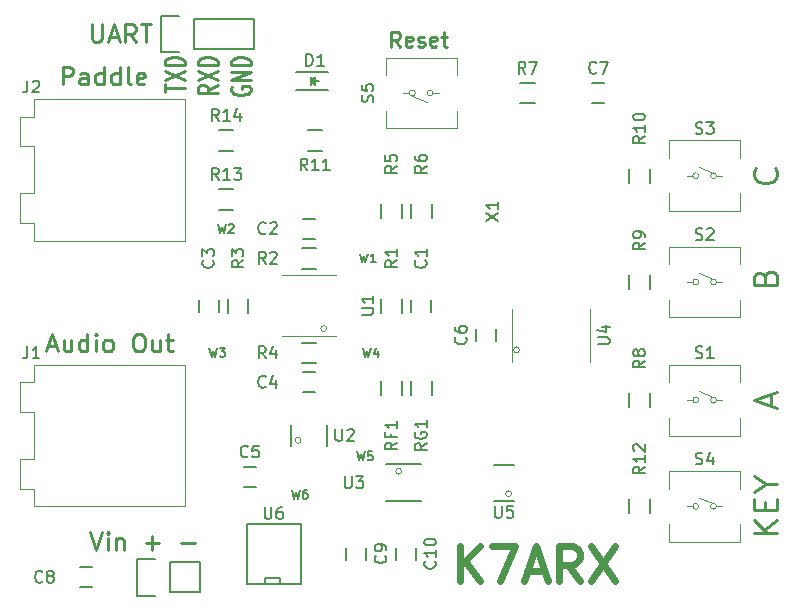
<source format=gbr>
G04 #@! TF.FileFunction,Legend,Top*
%FSLAX46Y46*%
G04 Gerber Fmt 4.6, Leading zero omitted, Abs format (unit mm)*
G04 Created by KiCad (PCBNEW 4.0.6) date 03/10/17 18:24:38*
%MOMM*%
%LPD*%
G01*
G04 APERTURE LIST*
%ADD10C,0.150000*%
%ADD11C,0.250000*%
%ADD12C,0.600000*%
%ADD13C,0.100000*%
G04 APERTURE END LIST*
D10*
D11*
X167202381Y-44565476D02*
X166785714Y-43970238D01*
X166488095Y-44565476D02*
X166488095Y-43315476D01*
X166964286Y-43315476D01*
X167083333Y-43375000D01*
X167142857Y-43434524D01*
X167202381Y-43553571D01*
X167202381Y-43732143D01*
X167142857Y-43851190D01*
X167083333Y-43910714D01*
X166964286Y-43970238D01*
X166488095Y-43970238D01*
X168214286Y-44505952D02*
X168095238Y-44565476D01*
X167857143Y-44565476D01*
X167738095Y-44505952D01*
X167678571Y-44386905D01*
X167678571Y-43910714D01*
X167738095Y-43791667D01*
X167857143Y-43732143D01*
X168095238Y-43732143D01*
X168214286Y-43791667D01*
X168273809Y-43910714D01*
X168273809Y-44029762D01*
X167678571Y-44148810D01*
X168750000Y-44505952D02*
X168869048Y-44565476D01*
X169107143Y-44565476D01*
X169226191Y-44505952D01*
X169285715Y-44386905D01*
X169285715Y-44327381D01*
X169226191Y-44208333D01*
X169107143Y-44148810D01*
X168928572Y-44148810D01*
X168809524Y-44089286D01*
X168750000Y-43970238D01*
X168750000Y-43910714D01*
X168809524Y-43791667D01*
X168928572Y-43732143D01*
X169107143Y-43732143D01*
X169226191Y-43791667D01*
X170297620Y-44505952D02*
X170178572Y-44565476D01*
X169940477Y-44565476D01*
X169821429Y-44505952D01*
X169761905Y-44386905D01*
X169761905Y-43910714D01*
X169821429Y-43791667D01*
X169940477Y-43732143D01*
X170178572Y-43732143D01*
X170297620Y-43791667D01*
X170357143Y-43910714D01*
X170357143Y-44029762D01*
X169761905Y-44148810D01*
X170714287Y-43732143D02*
X171190477Y-43732143D01*
X170892858Y-43315476D02*
X170892858Y-44386905D01*
X170952382Y-44505952D01*
X171071429Y-44565476D01*
X171190477Y-44565476D01*
X198964286Y-54880952D02*
X199059524Y-54976190D01*
X199154762Y-55261905D01*
X199154762Y-55452381D01*
X199059524Y-55738095D01*
X198869048Y-55928571D01*
X198678571Y-56023810D01*
X198297619Y-56119048D01*
X198011905Y-56119048D01*
X197630952Y-56023810D01*
X197440476Y-55928571D01*
X197250000Y-55738095D01*
X197154762Y-55452381D01*
X197154762Y-55261905D01*
X197250000Y-54976190D01*
X197345238Y-54880952D01*
X198107143Y-64107143D02*
X198202381Y-63821429D01*
X198297619Y-63726190D01*
X198488095Y-63630952D01*
X198773810Y-63630952D01*
X198964286Y-63726190D01*
X199059524Y-63821429D01*
X199154762Y-64011905D01*
X199154762Y-64773810D01*
X197154762Y-64773810D01*
X197154762Y-64107143D01*
X197250000Y-63916667D01*
X197345238Y-63821429D01*
X197535714Y-63726190D01*
X197726190Y-63726190D01*
X197916667Y-63821429D01*
X198011905Y-63916667D01*
X198107143Y-64107143D01*
X198107143Y-64773810D01*
X198583333Y-74976191D02*
X198583333Y-74023810D01*
X199154762Y-75166667D02*
X197154762Y-74500000D01*
X199154762Y-73833333D01*
X199154762Y-85785715D02*
X197154762Y-85785715D01*
X199154762Y-84642857D02*
X198011905Y-85500000D01*
X197154762Y-84642857D02*
X198297619Y-85785715D01*
X198107143Y-83785715D02*
X198107143Y-83119048D01*
X199154762Y-82833334D02*
X199154762Y-83785715D01*
X197154762Y-83785715D01*
X197154762Y-82833334D01*
X198202381Y-81595238D02*
X199154762Y-81595238D01*
X197154762Y-82261905D02*
X198202381Y-81595238D01*
X197154762Y-80928571D01*
X141107143Y-42678571D02*
X141107143Y-43892857D01*
X141178571Y-44035714D01*
X141250000Y-44107143D01*
X141392857Y-44178571D01*
X141678571Y-44178571D01*
X141821429Y-44107143D01*
X141892857Y-44035714D01*
X141964286Y-43892857D01*
X141964286Y-42678571D01*
X142607143Y-43750000D02*
X143321429Y-43750000D01*
X142464286Y-44178571D02*
X142964286Y-42678571D01*
X143464286Y-44178571D01*
X144821429Y-44178571D02*
X144321429Y-43464286D01*
X143964286Y-44178571D02*
X143964286Y-42678571D01*
X144535714Y-42678571D01*
X144678572Y-42750000D01*
X144750000Y-42821429D01*
X144821429Y-42964286D01*
X144821429Y-43178571D01*
X144750000Y-43321429D01*
X144678572Y-43392857D01*
X144535714Y-43464286D01*
X143964286Y-43464286D01*
X145250000Y-42678571D02*
X146107143Y-42678571D01*
X145678572Y-44178571D02*
X145678572Y-42678571D01*
X147269048Y-48392857D02*
X147269048Y-47707143D01*
X148969048Y-48050000D02*
X147269048Y-48050000D01*
X147269048Y-47421428D02*
X148969048Y-46621428D01*
X147269048Y-46621428D02*
X148969048Y-47421428D01*
X148969048Y-46164286D02*
X147269048Y-46164286D01*
X147269048Y-45878571D01*
X147350000Y-45707143D01*
X147511905Y-45592857D01*
X147673810Y-45535714D01*
X147997619Y-45478571D01*
X148240476Y-45478571D01*
X148564286Y-45535714D01*
X148726190Y-45592857D01*
X148888095Y-45707143D01*
X148969048Y-45878571D01*
X148969048Y-46164286D01*
X151769048Y-47821428D02*
X150959524Y-48221428D01*
X151769048Y-48507143D02*
X150069048Y-48507143D01*
X150069048Y-48050000D01*
X150150000Y-47935714D01*
X150230952Y-47878571D01*
X150392857Y-47821428D01*
X150635714Y-47821428D01*
X150797619Y-47878571D01*
X150878571Y-47935714D01*
X150959524Y-48050000D01*
X150959524Y-48507143D01*
X150069048Y-47421428D02*
X151769048Y-46621428D01*
X150069048Y-46621428D02*
X151769048Y-47421428D01*
X151769048Y-46164286D02*
X150069048Y-46164286D01*
X150069048Y-45878571D01*
X150150000Y-45707143D01*
X150311905Y-45592857D01*
X150473810Y-45535714D01*
X150797619Y-45478571D01*
X151040476Y-45478571D01*
X151364286Y-45535714D01*
X151526190Y-45592857D01*
X151688095Y-45707143D01*
X151769048Y-45878571D01*
X151769048Y-46164286D01*
X152950000Y-47992857D02*
X152869048Y-48107143D01*
X152869048Y-48278572D01*
X152950000Y-48450000D01*
X153111905Y-48564286D01*
X153273810Y-48621429D01*
X153597619Y-48678572D01*
X153840476Y-48678572D01*
X154164286Y-48621429D01*
X154326190Y-48564286D01*
X154488095Y-48450000D01*
X154569048Y-48278572D01*
X154569048Y-48164286D01*
X154488095Y-47992857D01*
X154407143Y-47935714D01*
X153840476Y-47935714D01*
X153840476Y-48164286D01*
X154569048Y-47421429D02*
X152869048Y-47421429D01*
X154569048Y-46735714D01*
X152869048Y-46735714D01*
X154569048Y-46164286D02*
X152869048Y-46164286D01*
X152869048Y-45878571D01*
X152950000Y-45707143D01*
X153111905Y-45592857D01*
X153273810Y-45535714D01*
X153597619Y-45478571D01*
X153840476Y-45478571D01*
X154164286Y-45535714D01*
X154326190Y-45592857D01*
X154488095Y-45707143D01*
X154569048Y-45878571D01*
X154569048Y-46164286D01*
X140964286Y-85678571D02*
X141464286Y-87178571D01*
X141964286Y-85678571D01*
X142464286Y-87178571D02*
X142464286Y-86178571D01*
X142464286Y-85678571D02*
X142392857Y-85750000D01*
X142464286Y-85821429D01*
X142535714Y-85750000D01*
X142464286Y-85678571D01*
X142464286Y-85821429D01*
X143178572Y-86178571D02*
X143178572Y-87178571D01*
X143178572Y-86321429D02*
X143250000Y-86250000D01*
X143392858Y-86178571D01*
X143607143Y-86178571D01*
X143750000Y-86250000D01*
X143821429Y-86392857D01*
X143821429Y-87178571D01*
X145678572Y-86607143D02*
X146821429Y-86607143D01*
X146250000Y-87178571D02*
X146250000Y-86035714D01*
X148678572Y-86607143D02*
X149821429Y-86607143D01*
X138635715Y-47778571D02*
X138635715Y-46278571D01*
X139207143Y-46278571D01*
X139350001Y-46350000D01*
X139421429Y-46421429D01*
X139492858Y-46564286D01*
X139492858Y-46778571D01*
X139421429Y-46921429D01*
X139350001Y-46992857D01*
X139207143Y-47064286D01*
X138635715Y-47064286D01*
X140778572Y-47778571D02*
X140778572Y-46992857D01*
X140707143Y-46850000D01*
X140564286Y-46778571D01*
X140278572Y-46778571D01*
X140135715Y-46850000D01*
X140778572Y-47707143D02*
X140635715Y-47778571D01*
X140278572Y-47778571D01*
X140135715Y-47707143D01*
X140064286Y-47564286D01*
X140064286Y-47421429D01*
X140135715Y-47278571D01*
X140278572Y-47207143D01*
X140635715Y-47207143D01*
X140778572Y-47135714D01*
X142135715Y-47778571D02*
X142135715Y-46278571D01*
X142135715Y-47707143D02*
X141992858Y-47778571D01*
X141707144Y-47778571D01*
X141564286Y-47707143D01*
X141492858Y-47635714D01*
X141421429Y-47492857D01*
X141421429Y-47064286D01*
X141492858Y-46921429D01*
X141564286Y-46850000D01*
X141707144Y-46778571D01*
X141992858Y-46778571D01*
X142135715Y-46850000D01*
X143492858Y-47778571D02*
X143492858Y-46278571D01*
X143492858Y-47707143D02*
X143350001Y-47778571D01*
X143064287Y-47778571D01*
X142921429Y-47707143D01*
X142850001Y-47635714D01*
X142778572Y-47492857D01*
X142778572Y-47064286D01*
X142850001Y-46921429D01*
X142921429Y-46850000D01*
X143064287Y-46778571D01*
X143350001Y-46778571D01*
X143492858Y-46850000D01*
X144421430Y-47778571D02*
X144278572Y-47707143D01*
X144207144Y-47564286D01*
X144207144Y-46278571D01*
X145564286Y-47707143D02*
X145421429Y-47778571D01*
X145135715Y-47778571D01*
X144992858Y-47707143D01*
X144921429Y-47564286D01*
X144921429Y-46992857D01*
X144992858Y-46850000D01*
X145135715Y-46778571D01*
X145421429Y-46778571D01*
X145564286Y-46850000D01*
X145635715Y-46992857D01*
X145635715Y-47135714D01*
X144921429Y-47278571D01*
X137385714Y-69950000D02*
X138100000Y-69950000D01*
X137242857Y-70378571D02*
X137742857Y-68878571D01*
X138242857Y-70378571D01*
X139385714Y-69378571D02*
X139385714Y-70378571D01*
X138742857Y-69378571D02*
X138742857Y-70164286D01*
X138814285Y-70307143D01*
X138957143Y-70378571D01*
X139171428Y-70378571D01*
X139314285Y-70307143D01*
X139385714Y-70235714D01*
X140742857Y-70378571D02*
X140742857Y-68878571D01*
X140742857Y-70307143D02*
X140600000Y-70378571D01*
X140314286Y-70378571D01*
X140171428Y-70307143D01*
X140100000Y-70235714D01*
X140028571Y-70092857D01*
X140028571Y-69664286D01*
X140100000Y-69521429D01*
X140171428Y-69450000D01*
X140314286Y-69378571D01*
X140600000Y-69378571D01*
X140742857Y-69450000D01*
X141457143Y-70378571D02*
X141457143Y-69378571D01*
X141457143Y-68878571D02*
X141385714Y-68950000D01*
X141457143Y-69021429D01*
X141528571Y-68950000D01*
X141457143Y-68878571D01*
X141457143Y-69021429D01*
X142385715Y-70378571D02*
X142242857Y-70307143D01*
X142171429Y-70235714D01*
X142100000Y-70092857D01*
X142100000Y-69664286D01*
X142171429Y-69521429D01*
X142242857Y-69450000D01*
X142385715Y-69378571D01*
X142600000Y-69378571D01*
X142742857Y-69450000D01*
X142814286Y-69521429D01*
X142885715Y-69664286D01*
X142885715Y-70092857D01*
X142814286Y-70235714D01*
X142742857Y-70307143D01*
X142600000Y-70378571D01*
X142385715Y-70378571D01*
X144957143Y-68878571D02*
X145242857Y-68878571D01*
X145385715Y-68950000D01*
X145528572Y-69092857D01*
X145600000Y-69378571D01*
X145600000Y-69878571D01*
X145528572Y-70164286D01*
X145385715Y-70307143D01*
X145242857Y-70378571D01*
X144957143Y-70378571D01*
X144814286Y-70307143D01*
X144671429Y-70164286D01*
X144600000Y-69878571D01*
X144600000Y-69378571D01*
X144671429Y-69092857D01*
X144814286Y-68950000D01*
X144957143Y-68878571D01*
X146885715Y-69378571D02*
X146885715Y-70378571D01*
X146242858Y-69378571D02*
X146242858Y-70164286D01*
X146314286Y-70307143D01*
X146457144Y-70378571D01*
X146671429Y-70378571D01*
X146814286Y-70307143D01*
X146885715Y-70235714D01*
X147385715Y-69378571D02*
X147957144Y-69378571D01*
X147600001Y-68878571D02*
X147600001Y-70164286D01*
X147671429Y-70307143D01*
X147814287Y-70378571D01*
X147957144Y-70378571D01*
D12*
X172271429Y-89857143D02*
X172271429Y-86857143D01*
X173985714Y-89857143D02*
X172700000Y-88142857D01*
X173985714Y-86857143D02*
X172271429Y-88571429D01*
X174985714Y-86857143D02*
X176985714Y-86857143D01*
X175700000Y-89857143D01*
X177985715Y-89000000D02*
X179414286Y-89000000D01*
X177700000Y-89857143D02*
X178700000Y-86857143D01*
X179700000Y-89857143D01*
X182414286Y-89857143D02*
X181414286Y-88428571D01*
X180700001Y-89857143D02*
X180700001Y-86857143D01*
X181842858Y-86857143D01*
X182128572Y-87000000D01*
X182271429Y-87142857D01*
X182414286Y-87428571D01*
X182414286Y-87857143D01*
X182271429Y-88142857D01*
X182128572Y-88285714D01*
X181842858Y-88428571D01*
X180700001Y-88428571D01*
X183414286Y-86857143D02*
X185414286Y-89857143D01*
X185414286Y-86857143D02*
X183414286Y-89857143D01*
D10*
X169850000Y-67000000D02*
X169850000Y-66000000D01*
X168150000Y-66000000D02*
X168150000Y-67000000D01*
X160000000Y-59150000D02*
X159000000Y-59150000D01*
X159000000Y-60850000D02*
X160000000Y-60850000D01*
X151850000Y-67000000D02*
X151850000Y-66000000D01*
X150150000Y-66000000D02*
X150150000Y-67000000D01*
X160000000Y-72150000D02*
X159000000Y-72150000D01*
X159000000Y-73850000D02*
X160000000Y-73850000D01*
X155000000Y-80150000D02*
X154000000Y-80150000D01*
X154000000Y-81850000D02*
X155000000Y-81850000D01*
X173650000Y-68500000D02*
X173650000Y-69500000D01*
X175350000Y-69500000D02*
X175350000Y-68500000D01*
X184500000Y-47650000D02*
X183500000Y-47650000D01*
X183500000Y-49350000D02*
X184500000Y-49350000D01*
X158400000Y-48250000D02*
X161100000Y-48250000D01*
X158400000Y-46750000D02*
X161100000Y-46750000D01*
X159900000Y-47650000D02*
X159900000Y-47400000D01*
X159900000Y-47400000D02*
X159750000Y-47550000D01*
X159650000Y-47150000D02*
X159650000Y-47850000D01*
X160000000Y-47500000D02*
X160350000Y-47500000D01*
X159650000Y-47500000D02*
X160000000Y-47150000D01*
X160000000Y-47150000D02*
X160000000Y-47850000D01*
X160000000Y-47850000D02*
X159650000Y-47500000D01*
X149770000Y-44770000D02*
X154850000Y-44770000D01*
X154850000Y-44770000D02*
X154850000Y-42230000D01*
X154850000Y-42230000D02*
X149770000Y-42230000D01*
X146950000Y-41950000D02*
X148500000Y-41950000D01*
X149770000Y-42230000D02*
X149770000Y-44770000D01*
X148500000Y-45050000D02*
X146950000Y-45050000D01*
X146950000Y-45050000D02*
X146950000Y-41950000D01*
X165625000Y-67100000D02*
X165625000Y-65900000D01*
X167375000Y-65900000D02*
X167375000Y-67100000D01*
X160100000Y-63375000D02*
X158900000Y-63375000D01*
X158900000Y-61625000D02*
X160100000Y-61625000D01*
X152625000Y-67100000D02*
X152625000Y-65900000D01*
X154375000Y-65900000D02*
X154375000Y-67100000D01*
X160100000Y-71375000D02*
X158900000Y-71375000D01*
X158900000Y-69625000D02*
X160100000Y-69625000D01*
X165625000Y-59100000D02*
X165625000Y-57900000D01*
X167375000Y-57900000D02*
X167375000Y-59100000D01*
X168125000Y-59100000D02*
X168125000Y-57900000D01*
X169875000Y-57900000D02*
X169875000Y-59100000D01*
X178600000Y-49375000D02*
X177400000Y-49375000D01*
X177400000Y-47625000D02*
X178600000Y-47625000D01*
X186625000Y-75100000D02*
X186625000Y-73900000D01*
X188375000Y-73900000D02*
X188375000Y-75100000D01*
X186625000Y-65100000D02*
X186625000Y-63900000D01*
X188375000Y-63900000D02*
X188375000Y-65100000D01*
X186625000Y-56100000D02*
X186625000Y-54900000D01*
X188375000Y-54900000D02*
X188375000Y-56100000D01*
X159400000Y-51625000D02*
X160600000Y-51625000D01*
X160600000Y-53375000D02*
X159400000Y-53375000D01*
X188375000Y-82900000D02*
X188375000Y-84100000D01*
X186625000Y-84100000D02*
X186625000Y-82900000D01*
X153100000Y-58375000D02*
X151900000Y-58375000D01*
X151900000Y-56625000D02*
X153100000Y-56625000D01*
X153100000Y-53375000D02*
X151900000Y-53375000D01*
X151900000Y-51625000D02*
X153100000Y-51625000D01*
X165625000Y-74100000D02*
X165625000Y-72900000D01*
X167375000Y-72900000D02*
X167375000Y-74100000D01*
X168125000Y-74100000D02*
X168125000Y-72900000D01*
X169875000Y-72900000D02*
X169875000Y-74100000D01*
D13*
X193750000Y-74250000D02*
X192500000Y-73750000D01*
X192500000Y-74500000D02*
G75*
G03X192500000Y-74500000I-250000J0D01*
G01*
X191500000Y-74500000D02*
X192000000Y-74500000D01*
X194000000Y-74500000D02*
G75*
G03X194000000Y-74500000I-250000J0D01*
G01*
X194500000Y-74500000D02*
X194000000Y-74500000D01*
X196000000Y-73000000D02*
X196000000Y-71500000D01*
X196000000Y-71500000D02*
X190000000Y-71500000D01*
X190000000Y-71500000D02*
X190000000Y-73000000D01*
X190000000Y-76000000D02*
X190000000Y-77500000D01*
X190000000Y-77500000D02*
X196000000Y-77500000D01*
X196000000Y-77500000D02*
X196000000Y-76000000D01*
X193750000Y-64250000D02*
X192500000Y-63750000D01*
X192500000Y-64500000D02*
G75*
G03X192500000Y-64500000I-250000J0D01*
G01*
X191500000Y-64500000D02*
X192000000Y-64500000D01*
X194000000Y-64500000D02*
G75*
G03X194000000Y-64500000I-250000J0D01*
G01*
X194500000Y-64500000D02*
X194000000Y-64500000D01*
X196000000Y-63000000D02*
X196000000Y-61500000D01*
X196000000Y-61500000D02*
X190000000Y-61500000D01*
X190000000Y-61500000D02*
X190000000Y-63000000D01*
X190000000Y-66000000D02*
X190000000Y-67500000D01*
X190000000Y-67500000D02*
X196000000Y-67500000D01*
X196000000Y-67500000D02*
X196000000Y-66000000D01*
X193750000Y-55250000D02*
X192500000Y-54750000D01*
X192500000Y-55500000D02*
G75*
G03X192500000Y-55500000I-250000J0D01*
G01*
X191500000Y-55500000D02*
X192000000Y-55500000D01*
X194000000Y-55500000D02*
G75*
G03X194000000Y-55500000I-250000J0D01*
G01*
X194500000Y-55500000D02*
X194000000Y-55500000D01*
X196000000Y-54000000D02*
X196000000Y-52500000D01*
X196000000Y-52500000D02*
X190000000Y-52500000D01*
X190000000Y-52500000D02*
X190000000Y-54000000D01*
X190000000Y-57000000D02*
X190000000Y-58500000D01*
X190000000Y-58500000D02*
X196000000Y-58500000D01*
X196000000Y-58500000D02*
X196000000Y-57000000D01*
X193750000Y-83250000D02*
X192500000Y-82750000D01*
X192500000Y-83500000D02*
G75*
G03X192500000Y-83500000I-250000J0D01*
G01*
X191500000Y-83500000D02*
X192000000Y-83500000D01*
X194000000Y-83500000D02*
G75*
G03X194000000Y-83500000I-250000J0D01*
G01*
X194500000Y-83500000D02*
X194000000Y-83500000D01*
X196000000Y-82000000D02*
X196000000Y-80500000D01*
X196000000Y-80500000D02*
X190000000Y-80500000D01*
X190000000Y-80500000D02*
X190000000Y-82000000D01*
X190000000Y-85000000D02*
X190000000Y-86500000D01*
X190000000Y-86500000D02*
X196000000Y-86500000D01*
X196000000Y-86500000D02*
X196000000Y-85000000D01*
X168250000Y-48750000D02*
X169500000Y-49250000D01*
X170000000Y-48500000D02*
G75*
G03X170000000Y-48500000I-250000J0D01*
G01*
X170500000Y-48500000D02*
X170000000Y-48500000D01*
X168500000Y-48500000D02*
G75*
G03X168500000Y-48500000I-250000J0D01*
G01*
X167500000Y-48500000D02*
X168000000Y-48500000D01*
X166000000Y-50000000D02*
X166000000Y-51500000D01*
X166000000Y-51500000D02*
X172000000Y-51500000D01*
X172000000Y-51500000D02*
X172000000Y-50000000D01*
X172000000Y-47000000D02*
X172000000Y-45500000D01*
X172000000Y-45500000D02*
X166000000Y-45500000D01*
X166000000Y-45500000D02*
X166000000Y-47000000D01*
X161000000Y-68450000D02*
G75*
G03X161000000Y-68450000I-250000J0D01*
G01*
X157250000Y-63950000D02*
X161750000Y-63950000D01*
X157250000Y-69050000D02*
X161750000Y-69050000D01*
X158825000Y-77900000D02*
G75*
G03X158825000Y-77900000I-250000J0D01*
G01*
D10*
X161025000Y-76625000D02*
X161025000Y-78375000D01*
X157975000Y-76625000D02*
X157975000Y-78375000D01*
D13*
X167350000Y-80525000D02*
G75*
G03X167350000Y-80525000I-250000J0D01*
G01*
D10*
X168950000Y-83075000D02*
X166050000Y-83075000D01*
X168950000Y-79925000D02*
X166050000Y-79925000D01*
D13*
X177325000Y-70250000D02*
G75*
G03X177325000Y-70250000I-250000J0D01*
G01*
X183300000Y-66750000D02*
X183300000Y-71250000D01*
X176700000Y-66750000D02*
X176700000Y-71250000D01*
X176650000Y-82425000D02*
G75*
G03X176650000Y-82425000I-250000J0D01*
G01*
D10*
X175125000Y-79975000D02*
X176875000Y-79975000D01*
X175125000Y-83025000D02*
X176875000Y-83025000D01*
X141100000Y-88650000D02*
X140100000Y-88650000D01*
X140100000Y-90350000D02*
X141100000Y-90350000D01*
X164350000Y-88000000D02*
X164350000Y-87000000D01*
X162650000Y-87000000D02*
X162650000Y-88000000D01*
X168550000Y-88000000D02*
X168550000Y-87000000D01*
X166850000Y-87000000D02*
X166850000Y-88000000D01*
X147770000Y-88230000D02*
X150310000Y-88230000D01*
X144950000Y-87950000D02*
X146500000Y-87950000D01*
X147770000Y-88230000D02*
X147770000Y-90770000D01*
X146500000Y-91050000D02*
X144950000Y-91050000D01*
X144950000Y-91050000D02*
X144950000Y-87950000D01*
X147770000Y-90770000D02*
X150310000Y-90770000D01*
X150310000Y-90770000D02*
X150310000Y-88230000D01*
X154214000Y-90040000D02*
X154214000Y-84960000D01*
X154214000Y-84960000D02*
X158786000Y-84960000D01*
X158786000Y-84960000D02*
X158786000Y-90040000D01*
X158786000Y-90040000D02*
X154214000Y-90040000D01*
X155738000Y-90040000D02*
X155738000Y-89532000D01*
X155738000Y-89532000D02*
X157008000Y-89532000D01*
X157008000Y-89532000D02*
X157008000Y-90040000D01*
D13*
X135000000Y-53000000D02*
X135000000Y-50500000D01*
X135000000Y-50500000D02*
X136200000Y-50500000D01*
X136200000Y-50500000D02*
X136200000Y-49000000D01*
X136200000Y-49000000D02*
X149000000Y-49000000D01*
X149000000Y-49000000D02*
X149000000Y-61000000D01*
X149000000Y-61000000D02*
X136200000Y-61000000D01*
X136200000Y-61000000D02*
X136200000Y-59500000D01*
X136200000Y-59500000D02*
X135000000Y-59500000D01*
X135000000Y-59500000D02*
X135000000Y-57000000D01*
X135000000Y-57000000D02*
X136200000Y-57000000D01*
X136200000Y-57000000D02*
X136200000Y-53000000D01*
X136200000Y-53000000D02*
X135000000Y-53000000D01*
X135000000Y-75500000D02*
X135000000Y-73000000D01*
X135000000Y-73000000D02*
X136200000Y-73000000D01*
X136200000Y-73000000D02*
X136200000Y-71500000D01*
X136200000Y-71500000D02*
X149000000Y-71500000D01*
X149000000Y-71500000D02*
X149000000Y-83500000D01*
X149000000Y-83500000D02*
X136200000Y-83500000D01*
X136200000Y-83500000D02*
X136200000Y-82000000D01*
X136200000Y-82000000D02*
X135000000Y-82000000D01*
X135000000Y-82000000D02*
X135000000Y-79500000D01*
X135000000Y-79500000D02*
X136200000Y-79500000D01*
X136200000Y-79500000D02*
X136200000Y-75500000D01*
X136200000Y-75500000D02*
X135000000Y-75500000D01*
D10*
X169357143Y-62666666D02*
X169404762Y-62714285D01*
X169452381Y-62857142D01*
X169452381Y-62952380D01*
X169404762Y-63095238D01*
X169309524Y-63190476D01*
X169214286Y-63238095D01*
X169023810Y-63285714D01*
X168880952Y-63285714D01*
X168690476Y-63238095D01*
X168595238Y-63190476D01*
X168500000Y-63095238D01*
X168452381Y-62952380D01*
X168452381Y-62857142D01*
X168500000Y-62714285D01*
X168547619Y-62666666D01*
X169452381Y-61714285D02*
X169452381Y-62285714D01*
X169452381Y-62000000D02*
X168452381Y-62000000D01*
X168595238Y-62095238D01*
X168690476Y-62190476D01*
X168738095Y-62285714D01*
X155833334Y-60357143D02*
X155785715Y-60404762D01*
X155642858Y-60452381D01*
X155547620Y-60452381D01*
X155404762Y-60404762D01*
X155309524Y-60309524D01*
X155261905Y-60214286D01*
X155214286Y-60023810D01*
X155214286Y-59880952D01*
X155261905Y-59690476D01*
X155309524Y-59595238D01*
X155404762Y-59500000D01*
X155547620Y-59452381D01*
X155642858Y-59452381D01*
X155785715Y-59500000D01*
X155833334Y-59547619D01*
X156214286Y-59547619D02*
X156261905Y-59500000D01*
X156357143Y-59452381D01*
X156595239Y-59452381D01*
X156690477Y-59500000D01*
X156738096Y-59547619D01*
X156785715Y-59642857D01*
X156785715Y-59738095D01*
X156738096Y-59880952D01*
X156166667Y-60452381D01*
X156785715Y-60452381D01*
X151357143Y-62666666D02*
X151404762Y-62714285D01*
X151452381Y-62857142D01*
X151452381Y-62952380D01*
X151404762Y-63095238D01*
X151309524Y-63190476D01*
X151214286Y-63238095D01*
X151023810Y-63285714D01*
X150880952Y-63285714D01*
X150690476Y-63238095D01*
X150595238Y-63190476D01*
X150500000Y-63095238D01*
X150452381Y-62952380D01*
X150452381Y-62857142D01*
X150500000Y-62714285D01*
X150547619Y-62666666D01*
X150452381Y-62333333D02*
X150452381Y-61714285D01*
X150833333Y-62047619D01*
X150833333Y-61904761D01*
X150880952Y-61809523D01*
X150928571Y-61761904D01*
X151023810Y-61714285D01*
X151261905Y-61714285D01*
X151357143Y-61761904D01*
X151404762Y-61809523D01*
X151452381Y-61904761D01*
X151452381Y-62190476D01*
X151404762Y-62285714D01*
X151357143Y-62333333D01*
X155833334Y-73357143D02*
X155785715Y-73404762D01*
X155642858Y-73452381D01*
X155547620Y-73452381D01*
X155404762Y-73404762D01*
X155309524Y-73309524D01*
X155261905Y-73214286D01*
X155214286Y-73023810D01*
X155214286Y-72880952D01*
X155261905Y-72690476D01*
X155309524Y-72595238D01*
X155404762Y-72500000D01*
X155547620Y-72452381D01*
X155642858Y-72452381D01*
X155785715Y-72500000D01*
X155833334Y-72547619D01*
X156690477Y-72785714D02*
X156690477Y-73452381D01*
X156452381Y-72404762D02*
X156214286Y-73119048D01*
X156833334Y-73119048D01*
X154333334Y-79257143D02*
X154285715Y-79304762D01*
X154142858Y-79352381D01*
X154047620Y-79352381D01*
X153904762Y-79304762D01*
X153809524Y-79209524D01*
X153761905Y-79114286D01*
X153714286Y-78923810D01*
X153714286Y-78780952D01*
X153761905Y-78590476D01*
X153809524Y-78495238D01*
X153904762Y-78400000D01*
X154047620Y-78352381D01*
X154142858Y-78352381D01*
X154285715Y-78400000D01*
X154333334Y-78447619D01*
X155238096Y-78352381D02*
X154761905Y-78352381D01*
X154714286Y-78828571D01*
X154761905Y-78780952D01*
X154857143Y-78733333D01*
X155095239Y-78733333D01*
X155190477Y-78780952D01*
X155238096Y-78828571D01*
X155285715Y-78923810D01*
X155285715Y-79161905D01*
X155238096Y-79257143D01*
X155190477Y-79304762D01*
X155095239Y-79352381D01*
X154857143Y-79352381D01*
X154761905Y-79304762D01*
X154714286Y-79257143D01*
X172757143Y-69166666D02*
X172804762Y-69214285D01*
X172852381Y-69357142D01*
X172852381Y-69452380D01*
X172804762Y-69595238D01*
X172709524Y-69690476D01*
X172614286Y-69738095D01*
X172423810Y-69785714D01*
X172280952Y-69785714D01*
X172090476Y-69738095D01*
X171995238Y-69690476D01*
X171900000Y-69595238D01*
X171852381Y-69452380D01*
X171852381Y-69357142D01*
X171900000Y-69214285D01*
X171947619Y-69166666D01*
X171852381Y-68309523D02*
X171852381Y-68500000D01*
X171900000Y-68595238D01*
X171947619Y-68642857D01*
X172090476Y-68738095D01*
X172280952Y-68785714D01*
X172661905Y-68785714D01*
X172757143Y-68738095D01*
X172804762Y-68690476D01*
X172852381Y-68595238D01*
X172852381Y-68404761D01*
X172804762Y-68309523D01*
X172757143Y-68261904D01*
X172661905Y-68214285D01*
X172423810Y-68214285D01*
X172328571Y-68261904D01*
X172280952Y-68309523D01*
X172233333Y-68404761D01*
X172233333Y-68595238D01*
X172280952Y-68690476D01*
X172328571Y-68738095D01*
X172423810Y-68785714D01*
X183833334Y-46757143D02*
X183785715Y-46804762D01*
X183642858Y-46852381D01*
X183547620Y-46852381D01*
X183404762Y-46804762D01*
X183309524Y-46709524D01*
X183261905Y-46614286D01*
X183214286Y-46423810D01*
X183214286Y-46280952D01*
X183261905Y-46090476D01*
X183309524Y-45995238D01*
X183404762Y-45900000D01*
X183547620Y-45852381D01*
X183642858Y-45852381D01*
X183785715Y-45900000D01*
X183833334Y-45947619D01*
X184166667Y-45852381D02*
X184833334Y-45852381D01*
X184404762Y-46852381D01*
X159261905Y-46202381D02*
X159261905Y-45202381D01*
X159500000Y-45202381D01*
X159642858Y-45250000D01*
X159738096Y-45345238D01*
X159785715Y-45440476D01*
X159833334Y-45630952D01*
X159833334Y-45773810D01*
X159785715Y-45964286D01*
X159738096Y-46059524D01*
X159642858Y-46154762D01*
X159500000Y-46202381D01*
X159261905Y-46202381D01*
X160785715Y-46202381D02*
X160214286Y-46202381D01*
X160500000Y-46202381D02*
X160500000Y-45202381D01*
X160404762Y-45345238D01*
X160309524Y-45440476D01*
X160214286Y-45488095D01*
X166952381Y-62666666D02*
X166476190Y-63000000D01*
X166952381Y-63238095D02*
X165952381Y-63238095D01*
X165952381Y-62857142D01*
X166000000Y-62761904D01*
X166047619Y-62714285D01*
X166142857Y-62666666D01*
X166285714Y-62666666D01*
X166380952Y-62714285D01*
X166428571Y-62761904D01*
X166476190Y-62857142D01*
X166476190Y-63238095D01*
X166952381Y-61714285D02*
X166952381Y-62285714D01*
X166952381Y-62000000D02*
X165952381Y-62000000D01*
X166095238Y-62095238D01*
X166190476Y-62190476D01*
X166238095Y-62285714D01*
X155833334Y-62952381D02*
X155500000Y-62476190D01*
X155261905Y-62952381D02*
X155261905Y-61952381D01*
X155642858Y-61952381D01*
X155738096Y-62000000D01*
X155785715Y-62047619D01*
X155833334Y-62142857D01*
X155833334Y-62285714D01*
X155785715Y-62380952D01*
X155738096Y-62428571D01*
X155642858Y-62476190D01*
X155261905Y-62476190D01*
X156214286Y-62047619D02*
X156261905Y-62000000D01*
X156357143Y-61952381D01*
X156595239Y-61952381D01*
X156690477Y-62000000D01*
X156738096Y-62047619D01*
X156785715Y-62142857D01*
X156785715Y-62238095D01*
X156738096Y-62380952D01*
X156166667Y-62952381D01*
X156785715Y-62952381D01*
X153952381Y-62666666D02*
X153476190Y-63000000D01*
X153952381Y-63238095D02*
X152952381Y-63238095D01*
X152952381Y-62857142D01*
X153000000Y-62761904D01*
X153047619Y-62714285D01*
X153142857Y-62666666D01*
X153285714Y-62666666D01*
X153380952Y-62714285D01*
X153428571Y-62761904D01*
X153476190Y-62857142D01*
X153476190Y-63238095D01*
X152952381Y-62333333D02*
X152952381Y-61714285D01*
X153333333Y-62047619D01*
X153333333Y-61904761D01*
X153380952Y-61809523D01*
X153428571Y-61761904D01*
X153523810Y-61714285D01*
X153761905Y-61714285D01*
X153857143Y-61761904D01*
X153904762Y-61809523D01*
X153952381Y-61904761D01*
X153952381Y-62190476D01*
X153904762Y-62285714D01*
X153857143Y-62333333D01*
X155833334Y-70952381D02*
X155500000Y-70476190D01*
X155261905Y-70952381D02*
X155261905Y-69952381D01*
X155642858Y-69952381D01*
X155738096Y-70000000D01*
X155785715Y-70047619D01*
X155833334Y-70142857D01*
X155833334Y-70285714D01*
X155785715Y-70380952D01*
X155738096Y-70428571D01*
X155642858Y-70476190D01*
X155261905Y-70476190D01*
X156690477Y-70285714D02*
X156690477Y-70952381D01*
X156452381Y-69904762D02*
X156214286Y-70619048D01*
X156833334Y-70619048D01*
X166952381Y-54666666D02*
X166476190Y-55000000D01*
X166952381Y-55238095D02*
X165952381Y-55238095D01*
X165952381Y-54857142D01*
X166000000Y-54761904D01*
X166047619Y-54714285D01*
X166142857Y-54666666D01*
X166285714Y-54666666D01*
X166380952Y-54714285D01*
X166428571Y-54761904D01*
X166476190Y-54857142D01*
X166476190Y-55238095D01*
X165952381Y-53761904D02*
X165952381Y-54238095D01*
X166428571Y-54285714D01*
X166380952Y-54238095D01*
X166333333Y-54142857D01*
X166333333Y-53904761D01*
X166380952Y-53809523D01*
X166428571Y-53761904D01*
X166523810Y-53714285D01*
X166761905Y-53714285D01*
X166857143Y-53761904D01*
X166904762Y-53809523D01*
X166952381Y-53904761D01*
X166952381Y-54142857D01*
X166904762Y-54238095D01*
X166857143Y-54285714D01*
X169452381Y-54666666D02*
X168976190Y-55000000D01*
X169452381Y-55238095D02*
X168452381Y-55238095D01*
X168452381Y-54857142D01*
X168500000Y-54761904D01*
X168547619Y-54714285D01*
X168642857Y-54666666D01*
X168785714Y-54666666D01*
X168880952Y-54714285D01*
X168928571Y-54761904D01*
X168976190Y-54857142D01*
X168976190Y-55238095D01*
X168452381Y-53809523D02*
X168452381Y-54000000D01*
X168500000Y-54095238D01*
X168547619Y-54142857D01*
X168690476Y-54238095D01*
X168880952Y-54285714D01*
X169261905Y-54285714D01*
X169357143Y-54238095D01*
X169404762Y-54190476D01*
X169452381Y-54095238D01*
X169452381Y-53904761D01*
X169404762Y-53809523D01*
X169357143Y-53761904D01*
X169261905Y-53714285D01*
X169023810Y-53714285D01*
X168928571Y-53761904D01*
X168880952Y-53809523D01*
X168833333Y-53904761D01*
X168833333Y-54095238D01*
X168880952Y-54190476D01*
X168928571Y-54238095D01*
X169023810Y-54285714D01*
X177833334Y-46852381D02*
X177500000Y-46376190D01*
X177261905Y-46852381D02*
X177261905Y-45852381D01*
X177642858Y-45852381D01*
X177738096Y-45900000D01*
X177785715Y-45947619D01*
X177833334Y-46042857D01*
X177833334Y-46185714D01*
X177785715Y-46280952D01*
X177738096Y-46328571D01*
X177642858Y-46376190D01*
X177261905Y-46376190D01*
X178166667Y-45852381D02*
X178833334Y-45852381D01*
X178404762Y-46852381D01*
X187952381Y-71166666D02*
X187476190Y-71500000D01*
X187952381Y-71738095D02*
X186952381Y-71738095D01*
X186952381Y-71357142D01*
X187000000Y-71261904D01*
X187047619Y-71214285D01*
X187142857Y-71166666D01*
X187285714Y-71166666D01*
X187380952Y-71214285D01*
X187428571Y-71261904D01*
X187476190Y-71357142D01*
X187476190Y-71738095D01*
X187380952Y-70595238D02*
X187333333Y-70690476D01*
X187285714Y-70738095D01*
X187190476Y-70785714D01*
X187142857Y-70785714D01*
X187047619Y-70738095D01*
X187000000Y-70690476D01*
X186952381Y-70595238D01*
X186952381Y-70404761D01*
X187000000Y-70309523D01*
X187047619Y-70261904D01*
X187142857Y-70214285D01*
X187190476Y-70214285D01*
X187285714Y-70261904D01*
X187333333Y-70309523D01*
X187380952Y-70404761D01*
X187380952Y-70595238D01*
X187428571Y-70690476D01*
X187476190Y-70738095D01*
X187571429Y-70785714D01*
X187761905Y-70785714D01*
X187857143Y-70738095D01*
X187904762Y-70690476D01*
X187952381Y-70595238D01*
X187952381Y-70404761D01*
X187904762Y-70309523D01*
X187857143Y-70261904D01*
X187761905Y-70214285D01*
X187571429Y-70214285D01*
X187476190Y-70261904D01*
X187428571Y-70309523D01*
X187380952Y-70404761D01*
X187952381Y-61166666D02*
X187476190Y-61500000D01*
X187952381Y-61738095D02*
X186952381Y-61738095D01*
X186952381Y-61357142D01*
X187000000Y-61261904D01*
X187047619Y-61214285D01*
X187142857Y-61166666D01*
X187285714Y-61166666D01*
X187380952Y-61214285D01*
X187428571Y-61261904D01*
X187476190Y-61357142D01*
X187476190Y-61738095D01*
X187952381Y-60690476D02*
X187952381Y-60500000D01*
X187904762Y-60404761D01*
X187857143Y-60357142D01*
X187714286Y-60261904D01*
X187523810Y-60214285D01*
X187142857Y-60214285D01*
X187047619Y-60261904D01*
X187000000Y-60309523D01*
X186952381Y-60404761D01*
X186952381Y-60595238D01*
X187000000Y-60690476D01*
X187047619Y-60738095D01*
X187142857Y-60785714D01*
X187380952Y-60785714D01*
X187476190Y-60738095D01*
X187523810Y-60690476D01*
X187571429Y-60595238D01*
X187571429Y-60404761D01*
X187523810Y-60309523D01*
X187476190Y-60261904D01*
X187380952Y-60214285D01*
X187952381Y-52142857D02*
X187476190Y-52476191D01*
X187952381Y-52714286D02*
X186952381Y-52714286D01*
X186952381Y-52333333D01*
X187000000Y-52238095D01*
X187047619Y-52190476D01*
X187142857Y-52142857D01*
X187285714Y-52142857D01*
X187380952Y-52190476D01*
X187428571Y-52238095D01*
X187476190Y-52333333D01*
X187476190Y-52714286D01*
X187952381Y-51190476D02*
X187952381Y-51761905D01*
X187952381Y-51476191D02*
X186952381Y-51476191D01*
X187095238Y-51571429D01*
X187190476Y-51666667D01*
X187238095Y-51761905D01*
X186952381Y-50571429D02*
X186952381Y-50476190D01*
X187000000Y-50380952D01*
X187047619Y-50333333D01*
X187142857Y-50285714D01*
X187333333Y-50238095D01*
X187571429Y-50238095D01*
X187761905Y-50285714D01*
X187857143Y-50333333D01*
X187904762Y-50380952D01*
X187952381Y-50476190D01*
X187952381Y-50571429D01*
X187904762Y-50666667D01*
X187857143Y-50714286D01*
X187761905Y-50761905D01*
X187571429Y-50809524D01*
X187333333Y-50809524D01*
X187142857Y-50761905D01*
X187047619Y-50714286D01*
X187000000Y-50666667D01*
X186952381Y-50571429D01*
X159357143Y-55052381D02*
X159023809Y-54576190D01*
X158785714Y-55052381D02*
X158785714Y-54052381D01*
X159166667Y-54052381D01*
X159261905Y-54100000D01*
X159309524Y-54147619D01*
X159357143Y-54242857D01*
X159357143Y-54385714D01*
X159309524Y-54480952D01*
X159261905Y-54528571D01*
X159166667Y-54576190D01*
X158785714Y-54576190D01*
X160309524Y-55052381D02*
X159738095Y-55052381D01*
X160023809Y-55052381D02*
X160023809Y-54052381D01*
X159928571Y-54195238D01*
X159833333Y-54290476D01*
X159738095Y-54338095D01*
X161261905Y-55052381D02*
X160690476Y-55052381D01*
X160976190Y-55052381D02*
X160976190Y-54052381D01*
X160880952Y-54195238D01*
X160785714Y-54290476D01*
X160690476Y-54338095D01*
X187952381Y-80142857D02*
X187476190Y-80476191D01*
X187952381Y-80714286D02*
X186952381Y-80714286D01*
X186952381Y-80333333D01*
X187000000Y-80238095D01*
X187047619Y-80190476D01*
X187142857Y-80142857D01*
X187285714Y-80142857D01*
X187380952Y-80190476D01*
X187428571Y-80238095D01*
X187476190Y-80333333D01*
X187476190Y-80714286D01*
X187952381Y-79190476D02*
X187952381Y-79761905D01*
X187952381Y-79476191D02*
X186952381Y-79476191D01*
X187095238Y-79571429D01*
X187190476Y-79666667D01*
X187238095Y-79761905D01*
X187047619Y-78809524D02*
X187000000Y-78761905D01*
X186952381Y-78666667D01*
X186952381Y-78428571D01*
X187000000Y-78333333D01*
X187047619Y-78285714D01*
X187142857Y-78238095D01*
X187238095Y-78238095D01*
X187380952Y-78285714D01*
X187952381Y-78857143D01*
X187952381Y-78238095D01*
X151857143Y-55852381D02*
X151523809Y-55376190D01*
X151285714Y-55852381D02*
X151285714Y-54852381D01*
X151666667Y-54852381D01*
X151761905Y-54900000D01*
X151809524Y-54947619D01*
X151857143Y-55042857D01*
X151857143Y-55185714D01*
X151809524Y-55280952D01*
X151761905Y-55328571D01*
X151666667Y-55376190D01*
X151285714Y-55376190D01*
X152809524Y-55852381D02*
X152238095Y-55852381D01*
X152523809Y-55852381D02*
X152523809Y-54852381D01*
X152428571Y-54995238D01*
X152333333Y-55090476D01*
X152238095Y-55138095D01*
X153142857Y-54852381D02*
X153761905Y-54852381D01*
X153428571Y-55233333D01*
X153571429Y-55233333D01*
X153666667Y-55280952D01*
X153714286Y-55328571D01*
X153761905Y-55423810D01*
X153761905Y-55661905D01*
X153714286Y-55757143D01*
X153666667Y-55804762D01*
X153571429Y-55852381D01*
X153285714Y-55852381D01*
X153190476Y-55804762D01*
X153142857Y-55757143D01*
X151857143Y-50852381D02*
X151523809Y-50376190D01*
X151285714Y-50852381D02*
X151285714Y-49852381D01*
X151666667Y-49852381D01*
X151761905Y-49900000D01*
X151809524Y-49947619D01*
X151857143Y-50042857D01*
X151857143Y-50185714D01*
X151809524Y-50280952D01*
X151761905Y-50328571D01*
X151666667Y-50376190D01*
X151285714Y-50376190D01*
X152809524Y-50852381D02*
X152238095Y-50852381D01*
X152523809Y-50852381D02*
X152523809Y-49852381D01*
X152428571Y-49995238D01*
X152333333Y-50090476D01*
X152238095Y-50138095D01*
X153666667Y-50185714D02*
X153666667Y-50852381D01*
X153428571Y-49804762D02*
X153190476Y-50519048D01*
X153809524Y-50519048D01*
X166952381Y-78095238D02*
X166476190Y-78428572D01*
X166952381Y-78666667D02*
X165952381Y-78666667D01*
X165952381Y-78285714D01*
X166000000Y-78190476D01*
X166047619Y-78142857D01*
X166142857Y-78095238D01*
X166285714Y-78095238D01*
X166380952Y-78142857D01*
X166428571Y-78190476D01*
X166476190Y-78285714D01*
X166476190Y-78666667D01*
X166428571Y-77333333D02*
X166428571Y-77666667D01*
X166952381Y-77666667D02*
X165952381Y-77666667D01*
X165952381Y-77190476D01*
X166952381Y-76285714D02*
X166952381Y-76857143D01*
X166952381Y-76571429D02*
X165952381Y-76571429D01*
X166095238Y-76666667D01*
X166190476Y-76761905D01*
X166238095Y-76857143D01*
X169452381Y-78166666D02*
X168976190Y-78500000D01*
X169452381Y-78738095D02*
X168452381Y-78738095D01*
X168452381Y-78357142D01*
X168500000Y-78261904D01*
X168547619Y-78214285D01*
X168642857Y-78166666D01*
X168785714Y-78166666D01*
X168880952Y-78214285D01*
X168928571Y-78261904D01*
X168976190Y-78357142D01*
X168976190Y-78738095D01*
X168500000Y-77214285D02*
X168452381Y-77309523D01*
X168452381Y-77452380D01*
X168500000Y-77595238D01*
X168595238Y-77690476D01*
X168690476Y-77738095D01*
X168880952Y-77785714D01*
X169023810Y-77785714D01*
X169214286Y-77738095D01*
X169309524Y-77690476D01*
X169404762Y-77595238D01*
X169452381Y-77452380D01*
X169452381Y-77357142D01*
X169404762Y-77214285D01*
X169357143Y-77166666D01*
X169023810Y-77166666D01*
X169023810Y-77357142D01*
X169452381Y-76214285D02*
X169452381Y-76785714D01*
X169452381Y-76500000D02*
X168452381Y-76500000D01*
X168595238Y-76595238D01*
X168690476Y-76690476D01*
X168738095Y-76785714D01*
X192238095Y-70904762D02*
X192380952Y-70952381D01*
X192619048Y-70952381D01*
X192714286Y-70904762D01*
X192761905Y-70857143D01*
X192809524Y-70761905D01*
X192809524Y-70666667D01*
X192761905Y-70571429D01*
X192714286Y-70523810D01*
X192619048Y-70476190D01*
X192428571Y-70428571D01*
X192333333Y-70380952D01*
X192285714Y-70333333D01*
X192238095Y-70238095D01*
X192238095Y-70142857D01*
X192285714Y-70047619D01*
X192333333Y-70000000D01*
X192428571Y-69952381D01*
X192666667Y-69952381D01*
X192809524Y-70000000D01*
X193761905Y-70952381D02*
X193190476Y-70952381D01*
X193476190Y-70952381D02*
X193476190Y-69952381D01*
X193380952Y-70095238D01*
X193285714Y-70190476D01*
X193190476Y-70238095D01*
X192238095Y-60904762D02*
X192380952Y-60952381D01*
X192619048Y-60952381D01*
X192714286Y-60904762D01*
X192761905Y-60857143D01*
X192809524Y-60761905D01*
X192809524Y-60666667D01*
X192761905Y-60571429D01*
X192714286Y-60523810D01*
X192619048Y-60476190D01*
X192428571Y-60428571D01*
X192333333Y-60380952D01*
X192285714Y-60333333D01*
X192238095Y-60238095D01*
X192238095Y-60142857D01*
X192285714Y-60047619D01*
X192333333Y-60000000D01*
X192428571Y-59952381D01*
X192666667Y-59952381D01*
X192809524Y-60000000D01*
X193190476Y-60047619D02*
X193238095Y-60000000D01*
X193333333Y-59952381D01*
X193571429Y-59952381D01*
X193666667Y-60000000D01*
X193714286Y-60047619D01*
X193761905Y-60142857D01*
X193761905Y-60238095D01*
X193714286Y-60380952D01*
X193142857Y-60952381D01*
X193761905Y-60952381D01*
X192238095Y-51904762D02*
X192380952Y-51952381D01*
X192619048Y-51952381D01*
X192714286Y-51904762D01*
X192761905Y-51857143D01*
X192809524Y-51761905D01*
X192809524Y-51666667D01*
X192761905Y-51571429D01*
X192714286Y-51523810D01*
X192619048Y-51476190D01*
X192428571Y-51428571D01*
X192333333Y-51380952D01*
X192285714Y-51333333D01*
X192238095Y-51238095D01*
X192238095Y-51142857D01*
X192285714Y-51047619D01*
X192333333Y-51000000D01*
X192428571Y-50952381D01*
X192666667Y-50952381D01*
X192809524Y-51000000D01*
X193142857Y-50952381D02*
X193761905Y-50952381D01*
X193428571Y-51333333D01*
X193571429Y-51333333D01*
X193666667Y-51380952D01*
X193714286Y-51428571D01*
X193761905Y-51523810D01*
X193761905Y-51761905D01*
X193714286Y-51857143D01*
X193666667Y-51904762D01*
X193571429Y-51952381D01*
X193285714Y-51952381D01*
X193190476Y-51904762D01*
X193142857Y-51857143D01*
X192238095Y-79904762D02*
X192380952Y-79952381D01*
X192619048Y-79952381D01*
X192714286Y-79904762D01*
X192761905Y-79857143D01*
X192809524Y-79761905D01*
X192809524Y-79666667D01*
X192761905Y-79571429D01*
X192714286Y-79523810D01*
X192619048Y-79476190D01*
X192428571Y-79428571D01*
X192333333Y-79380952D01*
X192285714Y-79333333D01*
X192238095Y-79238095D01*
X192238095Y-79142857D01*
X192285714Y-79047619D01*
X192333333Y-79000000D01*
X192428571Y-78952381D01*
X192666667Y-78952381D01*
X192809524Y-79000000D01*
X193666667Y-79285714D02*
X193666667Y-79952381D01*
X193428571Y-78904762D02*
X193190476Y-79619048D01*
X193809524Y-79619048D01*
X164904762Y-49261905D02*
X164952381Y-49119048D01*
X164952381Y-48880952D01*
X164904762Y-48785714D01*
X164857143Y-48738095D01*
X164761905Y-48690476D01*
X164666667Y-48690476D01*
X164571429Y-48738095D01*
X164523810Y-48785714D01*
X164476190Y-48880952D01*
X164428571Y-49071429D01*
X164380952Y-49166667D01*
X164333333Y-49214286D01*
X164238095Y-49261905D01*
X164142857Y-49261905D01*
X164047619Y-49214286D01*
X164000000Y-49166667D01*
X163952381Y-49071429D01*
X163952381Y-48833333D01*
X164000000Y-48690476D01*
X163952381Y-47785714D02*
X163952381Y-48261905D01*
X164428571Y-48309524D01*
X164380952Y-48261905D01*
X164333333Y-48166667D01*
X164333333Y-47928571D01*
X164380952Y-47833333D01*
X164428571Y-47785714D01*
X164523810Y-47738095D01*
X164761905Y-47738095D01*
X164857143Y-47785714D01*
X164904762Y-47833333D01*
X164952381Y-47928571D01*
X164952381Y-48166667D01*
X164904762Y-48261905D01*
X164857143Y-48309524D01*
X163952381Y-67261905D02*
X164761905Y-67261905D01*
X164857143Y-67214286D01*
X164904762Y-67166667D01*
X164952381Y-67071429D01*
X164952381Y-66880952D01*
X164904762Y-66785714D01*
X164857143Y-66738095D01*
X164761905Y-66690476D01*
X163952381Y-66690476D01*
X164952381Y-65690476D02*
X164952381Y-66261905D01*
X164952381Y-65976191D02*
X163952381Y-65976191D01*
X164095238Y-66071429D01*
X164190476Y-66166667D01*
X164238095Y-66261905D01*
X161738095Y-76952381D02*
X161738095Y-77761905D01*
X161785714Y-77857143D01*
X161833333Y-77904762D01*
X161928571Y-77952381D01*
X162119048Y-77952381D01*
X162214286Y-77904762D01*
X162261905Y-77857143D01*
X162309524Y-77761905D01*
X162309524Y-76952381D01*
X162738095Y-77047619D02*
X162785714Y-77000000D01*
X162880952Y-76952381D01*
X163119048Y-76952381D01*
X163214286Y-77000000D01*
X163261905Y-77047619D01*
X163309524Y-77142857D01*
X163309524Y-77238095D01*
X163261905Y-77380952D01*
X162690476Y-77952381D01*
X163309524Y-77952381D01*
X162538095Y-80952381D02*
X162538095Y-81761905D01*
X162585714Y-81857143D01*
X162633333Y-81904762D01*
X162728571Y-81952381D01*
X162919048Y-81952381D01*
X163014286Y-81904762D01*
X163061905Y-81857143D01*
X163109524Y-81761905D01*
X163109524Y-80952381D01*
X163490476Y-80952381D02*
X164109524Y-80952381D01*
X163776190Y-81333333D01*
X163919048Y-81333333D01*
X164014286Y-81380952D01*
X164061905Y-81428571D01*
X164109524Y-81523810D01*
X164109524Y-81761905D01*
X164061905Y-81857143D01*
X164014286Y-81904762D01*
X163919048Y-81952381D01*
X163633333Y-81952381D01*
X163538095Y-81904762D01*
X163490476Y-81857143D01*
X183952381Y-69761905D02*
X184761905Y-69761905D01*
X184857143Y-69714286D01*
X184904762Y-69666667D01*
X184952381Y-69571429D01*
X184952381Y-69380952D01*
X184904762Y-69285714D01*
X184857143Y-69238095D01*
X184761905Y-69190476D01*
X183952381Y-69190476D01*
X184285714Y-68285714D02*
X184952381Y-68285714D01*
X183904762Y-68523810D02*
X184619048Y-68761905D01*
X184619048Y-68142857D01*
X175238095Y-83452381D02*
X175238095Y-84261905D01*
X175285714Y-84357143D01*
X175333333Y-84404762D01*
X175428571Y-84452381D01*
X175619048Y-84452381D01*
X175714286Y-84404762D01*
X175761905Y-84357143D01*
X175809524Y-84261905D01*
X175809524Y-83452381D01*
X176761905Y-83452381D02*
X176285714Y-83452381D01*
X176238095Y-83928571D01*
X176285714Y-83880952D01*
X176380952Y-83833333D01*
X176619048Y-83833333D01*
X176714286Y-83880952D01*
X176761905Y-83928571D01*
X176809524Y-84023810D01*
X176809524Y-84261905D01*
X176761905Y-84357143D01*
X176714286Y-84404762D01*
X176619048Y-84452381D01*
X176380952Y-84452381D01*
X176285714Y-84404762D01*
X176238095Y-84357143D01*
X174502381Y-59309524D02*
X175502381Y-58642857D01*
X174502381Y-58642857D02*
X175502381Y-59309524D01*
X175502381Y-57738095D02*
X175502381Y-58309524D01*
X175502381Y-58023810D02*
X174502381Y-58023810D01*
X174645238Y-58119048D01*
X174740476Y-58214286D01*
X174788095Y-58309524D01*
X136933334Y-89857143D02*
X136885715Y-89904762D01*
X136742858Y-89952381D01*
X136647620Y-89952381D01*
X136504762Y-89904762D01*
X136409524Y-89809524D01*
X136361905Y-89714286D01*
X136314286Y-89523810D01*
X136314286Y-89380952D01*
X136361905Y-89190476D01*
X136409524Y-89095238D01*
X136504762Y-89000000D01*
X136647620Y-88952381D01*
X136742858Y-88952381D01*
X136885715Y-89000000D01*
X136933334Y-89047619D01*
X137504762Y-89380952D02*
X137409524Y-89333333D01*
X137361905Y-89285714D01*
X137314286Y-89190476D01*
X137314286Y-89142857D01*
X137361905Y-89047619D01*
X137409524Y-89000000D01*
X137504762Y-88952381D01*
X137695239Y-88952381D01*
X137790477Y-89000000D01*
X137838096Y-89047619D01*
X137885715Y-89142857D01*
X137885715Y-89190476D01*
X137838096Y-89285714D01*
X137790477Y-89333333D01*
X137695239Y-89380952D01*
X137504762Y-89380952D01*
X137409524Y-89428571D01*
X137361905Y-89476190D01*
X137314286Y-89571429D01*
X137314286Y-89761905D01*
X137361905Y-89857143D01*
X137409524Y-89904762D01*
X137504762Y-89952381D01*
X137695239Y-89952381D01*
X137790477Y-89904762D01*
X137838096Y-89857143D01*
X137885715Y-89761905D01*
X137885715Y-89571429D01*
X137838096Y-89476190D01*
X137790477Y-89428571D01*
X137695239Y-89380952D01*
X165957143Y-87666666D02*
X166004762Y-87714285D01*
X166052381Y-87857142D01*
X166052381Y-87952380D01*
X166004762Y-88095238D01*
X165909524Y-88190476D01*
X165814286Y-88238095D01*
X165623810Y-88285714D01*
X165480952Y-88285714D01*
X165290476Y-88238095D01*
X165195238Y-88190476D01*
X165100000Y-88095238D01*
X165052381Y-87952380D01*
X165052381Y-87857142D01*
X165100000Y-87714285D01*
X165147619Y-87666666D01*
X166052381Y-87190476D02*
X166052381Y-87000000D01*
X166004762Y-86904761D01*
X165957143Y-86857142D01*
X165814286Y-86761904D01*
X165623810Y-86714285D01*
X165242857Y-86714285D01*
X165147619Y-86761904D01*
X165100000Y-86809523D01*
X165052381Y-86904761D01*
X165052381Y-87095238D01*
X165100000Y-87190476D01*
X165147619Y-87238095D01*
X165242857Y-87285714D01*
X165480952Y-87285714D01*
X165576190Y-87238095D01*
X165623810Y-87190476D01*
X165671429Y-87095238D01*
X165671429Y-86904761D01*
X165623810Y-86809523D01*
X165576190Y-86761904D01*
X165480952Y-86714285D01*
X170157143Y-88142857D02*
X170204762Y-88190476D01*
X170252381Y-88333333D01*
X170252381Y-88428571D01*
X170204762Y-88571429D01*
X170109524Y-88666667D01*
X170014286Y-88714286D01*
X169823810Y-88761905D01*
X169680952Y-88761905D01*
X169490476Y-88714286D01*
X169395238Y-88666667D01*
X169300000Y-88571429D01*
X169252381Y-88428571D01*
X169252381Y-88333333D01*
X169300000Y-88190476D01*
X169347619Y-88142857D01*
X170252381Y-87190476D02*
X170252381Y-87761905D01*
X170252381Y-87476191D02*
X169252381Y-87476191D01*
X169395238Y-87571429D01*
X169490476Y-87666667D01*
X169538095Y-87761905D01*
X169252381Y-86571429D02*
X169252381Y-86476190D01*
X169300000Y-86380952D01*
X169347619Y-86333333D01*
X169442857Y-86285714D01*
X169633333Y-86238095D01*
X169871429Y-86238095D01*
X170061905Y-86285714D01*
X170157143Y-86333333D01*
X170204762Y-86380952D01*
X170252381Y-86476190D01*
X170252381Y-86571429D01*
X170204762Y-86666667D01*
X170157143Y-86714286D01*
X170061905Y-86761905D01*
X169871429Y-86809524D01*
X169633333Y-86809524D01*
X169442857Y-86761905D01*
X169347619Y-86714286D01*
X169300000Y-86666667D01*
X169252381Y-86571429D01*
X155738095Y-83552381D02*
X155738095Y-84361905D01*
X155785714Y-84457143D01*
X155833333Y-84504762D01*
X155928571Y-84552381D01*
X156119048Y-84552381D01*
X156214286Y-84504762D01*
X156261905Y-84457143D01*
X156309524Y-84361905D01*
X156309524Y-83552381D01*
X157214286Y-83552381D02*
X157023809Y-83552381D01*
X156928571Y-83600000D01*
X156880952Y-83647619D01*
X156785714Y-83790476D01*
X156738095Y-83980952D01*
X156738095Y-84361905D01*
X156785714Y-84457143D01*
X156833333Y-84504762D01*
X156928571Y-84552381D01*
X157119048Y-84552381D01*
X157214286Y-84504762D01*
X157261905Y-84457143D01*
X157309524Y-84361905D01*
X157309524Y-84123810D01*
X157261905Y-84028571D01*
X157214286Y-83980952D01*
X157119048Y-83933333D01*
X156928571Y-83933333D01*
X156833333Y-83980952D01*
X156785714Y-84028571D01*
X156738095Y-84123810D01*
X135666667Y-47452381D02*
X135666667Y-48166667D01*
X135619047Y-48309524D01*
X135523809Y-48404762D01*
X135380952Y-48452381D01*
X135285714Y-48452381D01*
X136095238Y-47547619D02*
X136142857Y-47500000D01*
X136238095Y-47452381D01*
X136476191Y-47452381D01*
X136571429Y-47500000D01*
X136619048Y-47547619D01*
X136666667Y-47642857D01*
X136666667Y-47738095D01*
X136619048Y-47880952D01*
X136047619Y-48452381D01*
X136666667Y-48452381D01*
X135666667Y-69952381D02*
X135666667Y-70666667D01*
X135619047Y-70809524D01*
X135523809Y-70904762D01*
X135380952Y-70952381D01*
X135285714Y-70952381D01*
X136666667Y-70952381D02*
X136095238Y-70952381D01*
X136380952Y-70952381D02*
X136380952Y-69952381D01*
X136285714Y-70095238D01*
X136190476Y-70190476D01*
X136095238Y-70238095D01*
X163821429Y-62089286D02*
X164000000Y-62839286D01*
X164142857Y-62303571D01*
X164285715Y-62839286D01*
X164464286Y-62089286D01*
X165142858Y-62839286D02*
X164714286Y-62839286D01*
X164928572Y-62839286D02*
X164928572Y-62089286D01*
X164857143Y-62196429D01*
X164785715Y-62267857D01*
X164714286Y-62303571D01*
X151821429Y-59589286D02*
X152000000Y-60339286D01*
X152142857Y-59803571D01*
X152285715Y-60339286D01*
X152464286Y-59589286D01*
X152714286Y-59660714D02*
X152750000Y-59625000D01*
X152821429Y-59589286D01*
X153000000Y-59589286D01*
X153071429Y-59625000D01*
X153107143Y-59660714D01*
X153142858Y-59732143D01*
X153142858Y-59803571D01*
X153107143Y-59910714D01*
X152678572Y-60339286D01*
X153142858Y-60339286D01*
X151071429Y-70089286D02*
X151250000Y-70839286D01*
X151392857Y-70303571D01*
X151535715Y-70839286D01*
X151714286Y-70089286D01*
X151928572Y-70089286D02*
X152392858Y-70089286D01*
X152142858Y-70375000D01*
X152250000Y-70375000D01*
X152321429Y-70410714D01*
X152357143Y-70446429D01*
X152392858Y-70517857D01*
X152392858Y-70696429D01*
X152357143Y-70767857D01*
X152321429Y-70803571D01*
X152250000Y-70839286D01*
X152035715Y-70839286D01*
X151964286Y-70803571D01*
X151928572Y-70767857D01*
X164071429Y-70089286D02*
X164250000Y-70839286D01*
X164392857Y-70303571D01*
X164535715Y-70839286D01*
X164714286Y-70089286D01*
X165321429Y-70339286D02*
X165321429Y-70839286D01*
X165142858Y-70053571D02*
X164964286Y-70589286D01*
X165428572Y-70589286D01*
X163571429Y-78839286D02*
X163750000Y-79589286D01*
X163892857Y-79053571D01*
X164035715Y-79589286D01*
X164214286Y-78839286D01*
X164857143Y-78839286D02*
X164500000Y-78839286D01*
X164464286Y-79196429D01*
X164500000Y-79160714D01*
X164571429Y-79125000D01*
X164750000Y-79125000D01*
X164821429Y-79160714D01*
X164857143Y-79196429D01*
X164892858Y-79267857D01*
X164892858Y-79446429D01*
X164857143Y-79517857D01*
X164821429Y-79553571D01*
X164750000Y-79589286D01*
X164571429Y-79589286D01*
X164500000Y-79553571D01*
X164464286Y-79517857D01*
X158071429Y-82089286D02*
X158250000Y-82839286D01*
X158392857Y-82303571D01*
X158535715Y-82839286D01*
X158714286Y-82089286D01*
X159321429Y-82089286D02*
X159178572Y-82089286D01*
X159107143Y-82125000D01*
X159071429Y-82160714D01*
X159000000Y-82267857D01*
X158964286Y-82410714D01*
X158964286Y-82696429D01*
X159000000Y-82767857D01*
X159035715Y-82803571D01*
X159107143Y-82839286D01*
X159250000Y-82839286D01*
X159321429Y-82803571D01*
X159357143Y-82767857D01*
X159392858Y-82696429D01*
X159392858Y-82517857D01*
X159357143Y-82446429D01*
X159321429Y-82410714D01*
X159250000Y-82375000D01*
X159107143Y-82375000D01*
X159035715Y-82410714D01*
X159000000Y-82446429D01*
X158964286Y-82517857D01*
M02*

</source>
